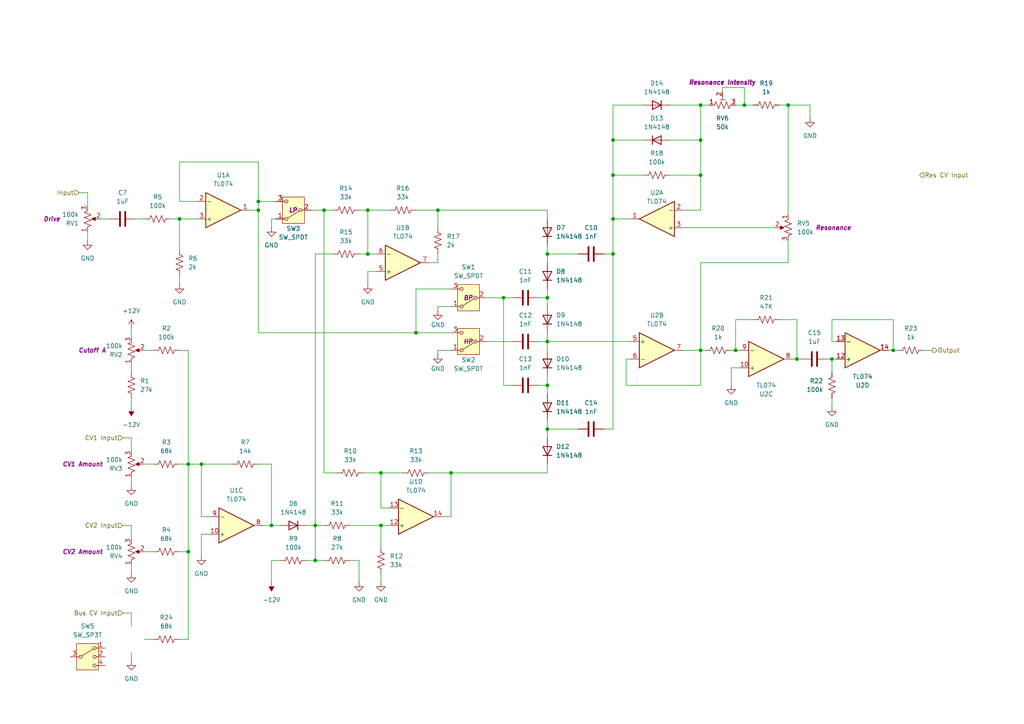
<source format=kicad_sch>
(kicad_sch (version 20231120) (generator "eeschema") (generator_version "8.0")
  (paper "A4")
  (title_block (company "DMH Instruments") (comment 1 "PCB for 10cm Kosmo format synthesizer module"))
  (lib_symbols
    (symbol "Amplifier_Operational:TL074" (pin_names (offset 0.127))
      (property "Reference" "U" (at 0 5.08 0))
      (property "Value" "TL074" (at 0 -5.08 0))
      (symbol "TL074_1_1"
        (polyline (pts (xy -5.08 5.08) (xy 5.08 0) (xy -5.08 -5.08) (xy -5.08 5.08)) (stroke (width 0.254)) (fill (type background)))
        (pin output line (at 7.62 0 180) (length 2.54) (name "~") (number "1"))
        (pin input line (at -7.62 -2.54 0) (length 2.54) (name "-") (number "2"))
        (pin input line (at -7.62 2.54 0) (length 2.54) (name "+") (number "3"))
      )
      (symbol "TL074_2_1"
        (polyline (pts (xy -5.08 5.08) (xy 5.08 0) (xy -5.08 -5.08) (xy -5.08 5.08)) (stroke (width 0.254)) (fill (type background)))
        (pin input line (at -7.62 2.54 0) (length 2.54) (name "+") (number "5"))
        (pin input line (at -7.62 -2.54 0) (length 2.54) (name "-") (number "6"))
        (pin output line (at 7.62 0 180) (length 2.54) (name "~") (number "7"))
      )
      (symbol "TL074_3_1"
        (polyline (pts (xy -5.08 5.08) (xy 5.08 0) (xy -5.08 -5.08) (xy -5.08 5.08)) (stroke (width 0.254)) (fill (type background)))
        (pin input line (at -7.62 2.54 0) (length 2.54) (name "+") (number "10"))
        (pin output line (at 7.62 0 180) (length 2.54) (name "~") (number "8"))
        (pin input line (at -7.62 -2.54 0) (length 2.54) (name "-") (number "9"))
      )
      (symbol "TL074_4_1"
        (polyline (pts (xy -5.08 5.08) (xy 5.08 0) (xy -5.08 -5.08) (xy -5.08 5.08)) (stroke (width 0.254)) (fill (type background)))
        (pin input line (at -7.62 2.54 0) (length 2.54) (name "+") (number "12"))
        (pin input line (at -7.62 -2.54 0) (length 2.54) (name "-") (number "13"))
        (pin output line (at 7.62 0 180) (length 2.54) (name "~") (number "14"))
      )
      (symbol "TL074_5_1"
        (pin power_in line (at -2.54 -7.62 90) (length 3.81) (name "V-") (number "11"))
        (pin power_in line (at -2.54 7.62 270) (length 3.81) (name "V+") (number "4"))
      )
    )
    (symbol "Device:C" (pin_numbers hide) (pin_names (offset 0.254))
      (property "Reference" "C" (at 0.635 2.54 0))
      (property "Value" "C" (at 0.635 -2.54 0))
      (symbol "C_0_1"
        (polyline (pts (xy -2.032 -0.762) (xy 2.032 -0.762)) (stroke (width 0.508)))
        (polyline (pts (xy -2.032 0.762) (xy 2.032 0.762)) (stroke (width 0.508)))
      )
      (symbol "C_1_1"
        (pin passive line (at 0 3.81 270) (length 2.794) (name "~") (number "1"))
        (pin passive line (at 0 -3.81 90) (length 2.794) (name "~") (number "2"))
      )
    )
    (symbol "Device:R_Potentiometer_Trim_US" (pin_names (offset 1.016) hide)
      (property "Reference" "RV" (at -4.445 0 90))
      (property "Value" "R_Potentiometer_Trim_US" (at -2.54 0 90))
      (symbol "R_Potentiometer_Trim_US_0_1"
        (polyline (pts (xy 0 -2.286) (xy 0 -2.54)))
        (polyline (pts (xy 0 2.286) (xy 0 2.54)))
        (polyline (pts (xy 1.524 0.762) (xy 1.524 -0.762)))
        (polyline (pts (xy 2.54 0) (xy 1.524 0)))
        (polyline (pts (xy 0 -0.762) (xy 1.016 -1.143) (xy 0 -1.524) (xy -1.016 -1.905) (xy 0 -2.286)))
        (polyline (pts (xy 0 0.762) (xy 1.016 0.381) (xy 0 0) (xy -1.016 -0.381) (xy 0 -0.762)))
        (polyline (pts (xy 0 2.286) (xy 1.016 1.905) (xy 0 1.524) (xy -1.016 1.143) (xy 0 0.762)))
      )
      (symbol "R_Potentiometer_Trim_US_1_1"
        (pin passive line (at 0 3.81 270) (length 1.27) (name "1") (number "1"))
        (pin passive line (at 3.81 0 180) (length 1.27) (name "2") (number "2"))
        (pin passive line (at 0 -3.81 90) (length 1.27) (name "3") (number "3"))
      )
    )
    (symbol "Device:R_Potentiometer_US" (pin_names (offset 1.016) hide)
      (property "Reference" "RV" (at -4.445 0 90))
      (property "Value" "R_Potentiometer_US" (at -2.54 0 90))
      (symbol "R_Potentiometer_US_0_1"
        (polyline (pts (xy 0 -2.286) (xy 0 -2.54)))
        (polyline (pts (xy 0 2.54) (xy 0 2.286)))
        (polyline (pts (xy 2.54 0) (xy 1.524 0)))
        (polyline (pts (xy 1.143 0) (xy 2.286 0.508) (xy 2.286 -0.508) (xy 1.143 0)) (fill (type outline)))
        (polyline (pts (xy 0 -0.762) (xy 1.016 -1.143) (xy 0 -1.524) (xy -1.016 -1.905) (xy 0 -2.286)))
        (polyline (pts (xy 0 0.762) (xy 1.016 0.381) (xy 0 0) (xy -1.016 -0.381) (xy 0 -0.762)))
        (polyline (pts (xy 0 2.286) (xy 1.016 1.905) (xy 0 1.524) (xy -1.016 1.143) (xy 0 0.762)))
      )
      (symbol "R_Potentiometer_US_1_1"
        (pin passive line (at 0 3.81 270) (length 1.27) (name "1") (number "1"))
        (pin passive line (at 3.81 0 180) (length 1.27) (name "2") (number "2"))
        (pin passive line (at 0 -3.81 90) (length 1.27) (name "3") (number "3"))
      )
    )
    (symbol "Device:R_US" (pin_numbers hide) (pin_names (offset 0))
      (property "Reference" "R" (at 2.54 0 90))
      (property "Value" "R_US" (at -2.54 0 90))
      (symbol "R_US_0_1"
        (polyline (pts (xy 0 -2.286) (xy 0 -2.54)))
        (polyline (pts (xy 0 2.286) (xy 0 2.54)))
        (polyline (pts (xy 0 -0.762) (xy 1.016 -1.143) (xy 0 -1.524) (xy -1.016 -1.905) (xy 0 -2.286)))
        (polyline (pts (xy 0 0.762) (xy 1.016 0.381) (xy 0 0) (xy -1.016 -0.381) (xy 0 -0.762)))
        (polyline (pts (xy 0 2.286) (xy 1.016 1.905) (xy 0 1.524) (xy -1.016 1.143) (xy 0 0.762)))
      )
      (symbol "R_US_1_1"
        (pin passive line (at 0 3.81 270) (length 1.27) (name "~") (number "1"))
        (pin passive line (at 0 -3.81 90) (length 1.27) (name "~") (number "2"))
      )
    )
    (symbol "Diode:1N4148" (pin_numbers hide) (pin_names hide)
      (property "Reference" "D" (at 0 2.54 0))
      (property "Value" "1N4148" (at 0 -2.54 0))
      (symbol "1N4148_0_1"
        (polyline (pts (xy -1.27 1.27) (xy -1.27 -1.27)) (stroke (width 0.254)))
        (polyline (pts (xy 1.27 0) (xy -1.27 0)))
        (polyline (pts (xy 1.27 1.27) (xy 1.27 -1.27) (xy -1.27 0) (xy 1.27 1.27)) (stroke (width 0.254)))
      )
      (symbol "1N4148_1_1"
        (pin passive line (at -3.81 0 0) (length 2.54) (name "K") (number "1"))
        (pin passive line (at 3.81 0 180) (length 2.54) (name "A") (number "2"))
      )
    )
    (symbol "Switch:SW_SP3T" (pin_names (offset 0) hide)
      (property "Reference" "SW" (at 0 5.08 0))
      (property "Value" "SW_SP3T" (at 0 -5.08 0))
      (symbol "SW_SP3T_0_1"
        (circle (center -2.032 0) (radius 0.4572))
        (polyline (pts (xy -1.651 0.254) (xy 1.651 2.286)))
        (circle (center 2.032 -2.54) (radius 0.4572))
        (circle (center 2.032 0) (radius 0.4572))
        (circle (center 2.032 2.54) (radius 0.4572))
      )
      (symbol "SW_SP3T_1_1"
        (rectangle (start -3.175 3.81) (end 3.175 -3.81) (fill (type background)))
        (pin passive line (at 5.08 2.54 180) (length 2.54) (name "1") (number "1"))
        (pin passive line (at 5.08 0 180) (length 2.54) (name "2") (number "2"))
        (pin passive line (at -5.08 0 0) (length 2.54) (name "3") (number "3"))
        (pin passive line (at 5.08 -2.54 180) (length 2.54) (name "4") (number "4"))
      )
    )
    (symbol "Switch:SW_SPDT" (pin_names (offset 0) hide)
      (property "Reference" "SW" (at 0 5.08 0))
      (property "Value" "SW_SPDT" (at 0 -5.08 0))
      (symbol "SW_SPDT_0_1"
        (circle (center -2.032 0) (radius 0.4572))
        (polyline (pts (xy -1.651 0.254) (xy 1.651 2.286)))
        (circle (center 2.032 -2.54) (radius 0.4572))
        (circle (center 2.032 2.54) (radius 0.4572))
      )
      (symbol "SW_SPDT_1_1"
        (rectangle (start -3.175 3.81) (end 3.175 -3.81) (fill (type background)))
        (pin passive line (at 5.08 2.54 180) (length 2.54) (name "A") (number "1"))
        (pin passive line (at -5.08 0 0) (length 2.54) (name "B") (number "2"))
        (pin passive line (at 5.08 -2.54 180) (length 2.54) (name "C") (number "3"))
      )
    )
    (symbol "power:+12V" (power) (pin_numbers hide) (pin_names (offset 0) hide)
      (property "Value" "+12V" (at 0 3.556 0))
      (symbol "+12V_0_1"
        (polyline (pts (xy -0.762 1.27) (xy 0 2.54)))
        (polyline (pts (xy 0 0) (xy 0 2.54)))
        (polyline (pts (xy 0 2.54) (xy 0.762 1.27)))
      )
      (symbol "+12V_1_1"
        (pin power_in line (at 0 0 90) (length 0) (name "~") (number "1"))
      )
    )
    (symbol "power:-12V" (power) (pin_numbers hide) (pin_names (offset 0) hide)
      (property "Value" "-12V" (at 0 3.556 0))
      (symbol "-12V_0_0"
        (pin power_in line (at 0 0 90) (length 0) (name "~") (number "1"))
      )
      (symbol "-12V_0_1"
        (polyline (pts (xy 0 0) (xy 0 1.27) (xy 0.762 1.27) (xy 0 2.54) (xy -0.762 1.27) (xy 0 1.27)) (fill (type outline)))
      )
    )
    (symbol "power:GND" (power) (pin_numbers hide) (pin_names (offset 0) hide)
      (property "Value" "GND" (at 0 -3.81 0))
      (symbol "GND_0_1"
        (polyline (pts (xy 0 0) (xy 0 -1.27) (xy 1.27 -1.27) (xy 0 -2.54) (xy -1.27 -1.27) (xy 0 -1.27)))
      )
      (symbol "GND_1_1"
        (pin power_in line (at 0 0 270) (length 0) (name "~") (number "1"))
      )
    )
  )
  (junction (at 110.49 137.16))
  (junction (at 74.93 58.42))
  (junction (at 213.36 101.6))
  (junction (at 241.3 104.14))
  (junction (at 177.8 63.5))
  (junction (at 110.49 152.4))
  (junction (at 231.14 104.14))
  (junction (at 259.08 101.6))
  (junction (at 177.8 50.8))
  (junction (at 228.6 30.48))
  (junction (at 177.8 40.64))
  (junction (at 106.68 73.66))
  (junction (at 58.42 134.62))
  (junction (at 52.07 63.5))
  (junction (at 203.2 30.48))
  (junction (at 74.93 60.96))
  (junction (at 130.81 137.16))
  (junction (at 54.61 160.02))
  (junction (at 93.98 60.96))
  (junction (at 158.75 124.46))
  (junction (at 203.2 40.64))
  (junction (at 54.61 134.62))
  (junction (at 158.75 99.06))
  (junction (at 158.75 73.66))
  (junction (at 158.75 111.76))
  (junction (at 78.74 152.4))
  (junction (at 91.44 152.4))
  (junction (at 203.2 101.6))
  (junction (at 177.8 73.66))
  (junction (at 146.05 86.36))
  (junction (at 120.65 96.52))
  (junction (at 203.2 50.8))
  (junction (at 106.68 60.96))
  (junction (at 91.44 162.56))
  (junction (at 215.9 30.48))
  (junction (at 158.75 86.36))
  (junction (at 127 60.96))
  (wire (pts (xy 203.2 30.48) (xy 205.74 30.48)))
  (wire (pts (xy 120.65 83.82) (xy 130.81 83.82)))
  (wire (pts (xy 78.74 162.56) (xy 78.74 168.91)))
  (wire (pts (xy 106.68 60.96) (xy 106.68 73.66)))
  (wire (pts (xy 241.3 115.57) (xy 241.3 118.11)))
  (wire (pts (xy 29.21 63.5) (xy 31.75 63.5)))
  (wire (pts (xy 54.61 134.62) (xy 58.42 134.62)))
  (wire (pts (xy 156.21 111.76) (xy 158.75 111.76)))
  (wire (pts (xy 35.56 152.4) (xy 38.1 152.4)))
  (wire (pts (xy 25.4 55.88) (xy 25.4 59.69)))
  (wire (pts (xy 38.1 138.43) (xy 38.1 140.97)))
  (wire (pts (xy 106.68 73.66) (xy 109.22 73.66)))
  (wire (pts (xy 52.07 185.42) (xy 54.61 185.42)))
  (wire (pts (xy 130.81 96.52) (xy 120.65 96.52)))
  (wire (pts (xy 91.44 152.4) (xy 91.44 162.56)))
  (wire (pts (xy 52.07 63.5) (xy 57.15 63.5)))
  (wire (pts (xy 186.69 50.8) (xy 177.8 50.8)))
  (wire (pts (xy 259.08 101.6) (xy 257.81 101.6)))
  (wire (pts (xy 213.36 92.71) (xy 213.36 101.6)))
  (wire (pts (xy 130.81 149.86) (xy 128.27 149.86)))
  (wire (pts (xy 158.75 96.52) (xy 158.75 99.06)))
  (wire (pts (xy 175.26 124.46) (xy 177.8 124.46)))
  (wire (pts (xy 158.75 83.82) (xy 158.75 86.36)))
  (wire (pts (xy 231.14 104.14) (xy 232.41 104.14)))
  (wire (pts (xy 67.31 134.62) (xy 58.42 134.62)))
  (wire (pts (xy 209.55 25.4) (xy 215.9 25.4)))
  (wire (pts (xy 130.81 137.16) (xy 130.81 149.86)))
  (wire (pts (xy 215.9 30.48) (xy 218.44 30.48)))
  (wire (pts (xy 158.75 111.76) (xy 158.75 114.3)))
  (wire (pts (xy 109.22 78.74) (xy 106.68 78.74)))
  (wire (pts (xy 104.14 162.56) (xy 104.14 168.91)))
  (wire (pts (xy 203.2 30.48) (xy 203.2 40.64)))
  (wire (pts (xy 228.6 30.48) (xy 234.95 30.48)))
  (wire (pts (xy 203.2 40.64) (xy 203.2 50.8)))
  (wire (pts (xy 80.01 63.5) (xy 78.74 63.5)))
  (wire (pts (xy 120.65 96.52) (xy 120.65 83.82)))
  (wire (pts (xy 177.8 50.8) (xy 177.8 63.5)))
  (wire (pts (xy 241.3 104.14) (xy 242.57 104.14)))
  (wire (pts (xy 52.07 58.42) (xy 57.15 58.42)))
  (wire (pts (xy 212.09 101.6) (xy 213.36 101.6)))
  (wire (pts (xy 58.42 154.94) (xy 58.42 161.29)))
  (wire (pts (xy 25.4 67.31) (xy 25.4 69.85)))
  (wire (pts (xy 74.93 134.62) (xy 78.74 134.62)))
  (wire (pts (xy 240.03 104.14) (xy 241.3 104.14)))
  (wire (pts (xy 259.08 101.6) (xy 260.35 101.6)))
  (wire (pts (xy 72.39 60.96) (xy 74.93 60.96)))
  (wire (pts (xy 110.49 152.4) (xy 113.03 152.4)))
  (wire (pts (xy 58.42 134.62) (xy 58.42 149.86)))
  (wire (pts (xy 140.97 99.06) (xy 148.59 99.06)))
  (wire (pts (xy 120.65 60.96) (xy 127 60.96)))
  (wire (pts (xy 181.61 111.76) (xy 203.2 111.76)))
  (wire (pts (xy 167.64 73.66) (xy 158.75 73.66)))
  (wire (pts (xy 231.14 92.71) (xy 231.14 104.14)))
  (wire (pts (xy 158.75 99.06) (xy 182.88 99.06)))
  (wire (pts (xy 182.88 63.5) (xy 177.8 63.5)))
  (wire (pts (xy 198.12 101.6) (xy 203.2 101.6)))
  (wire (pts (xy 38.1 115.57) (xy 38.1 118.11)))
  (wire (pts (xy 146.05 86.36) (xy 146.05 111.76)))
  (wire (pts (xy 78.74 152.4) (xy 76.2 152.4)))
  (wire (pts (xy 228.6 69.85) (xy 228.6 76.2)))
  (wire (pts (xy 78.74 152.4) (xy 81.28 152.4)))
  (wire (pts (xy 156.21 86.36) (xy 158.75 86.36)))
  (wire (pts (xy 35.56 127) (xy 38.1 127)))
  (wire (pts (xy 41.91 160.02) (xy 44.45 160.02)))
  (wire (pts (xy 52.07 46.99) (xy 52.07 58.42)))
  (wire (pts (xy 229.87 104.14) (xy 231.14 104.14)))
  (wire (pts (xy 74.93 46.99) (xy 52.07 46.99)))
  (wire (pts (xy 241.3 104.14) (xy 241.3 107.95)))
  (wire (pts (xy 93.98 60.96) (xy 96.52 60.96)))
  (wire (pts (xy 54.61 160.02) (xy 54.61 185.42)))
  (wire (pts (xy 203.2 101.6) (xy 204.47 101.6)))
  (wire (pts (xy 78.74 134.62) (xy 78.74 152.4)))
  (wire (pts (xy 215.9 25.4) (xy 215.9 30.48)))
  (wire (pts (xy 213.36 101.6) (xy 214.63 101.6)))
  (wire (pts (xy 52.07 134.62) (xy 54.61 134.62)))
  (wire (pts (xy 181.61 104.14) (xy 181.61 111.76)))
  (wire (pts (xy 186.69 30.48) (xy 177.8 30.48)))
  (wire (pts (xy 127 88.9) (xy 130.81 88.9)))
  (wire (pts (xy 105.41 137.16) (xy 110.49 137.16)))
  (wire (pts (xy 203.2 111.76) (xy 203.2 101.6)))
  (wire (pts (xy 74.93 58.42) (xy 74.93 46.99)))
  (wire (pts (xy 110.49 152.4) (xy 110.49 158.75)))
  (wire (pts (xy 218.44 92.71) (xy 213.36 92.71)))
  (wire (pts (xy 101.6 152.4) (xy 110.49 152.4)))
  (wire (pts (xy 234.95 30.48) (xy 234.95 34.29)))
  (wire (pts (xy 81.28 162.56) (xy 78.74 162.56)))
  (wire (pts (xy 127 90.17) (xy 127 88.9)))
  (wire (pts (xy 127 60.96) (xy 127 66.04)))
  (wire (pts (xy 158.75 137.16) (xy 130.81 137.16)))
  (wire (pts (xy 54.61 134.62) (xy 54.61 160.02)))
  (wire (pts (xy 146.05 111.76) (xy 148.59 111.76)))
  (wire (pts (xy 203.2 60.96) (xy 198.12 60.96)))
  (wire (pts (xy 214.63 106.68) (xy 212.09 106.68)))
  (wire (pts (xy 158.75 60.96) (xy 127 60.96)))
  (wire (pts (xy 91.44 152.4) (xy 93.98 152.4)))
  (wire (pts (xy 226.06 92.71) (xy 231.14 92.71)))
  (wire (pts (xy 127 101.6) (xy 127 102.87)))
  (wire (pts (xy 158.75 86.36) (xy 158.75 88.9)))
  (wire (pts (xy 267.97 101.6) (xy 270.51 101.6)))
  (wire (pts (xy 177.8 73.66) (xy 177.8 124.46)))
  (wire (pts (xy 35.56 177.8) (xy 38.1 177.8)))
  (wire (pts (xy 213.36 30.48) (xy 215.9 30.48)))
  (wire (pts (xy 54.61 101.6) (xy 54.61 134.62)))
  (wire (pts (xy 106.68 60.96) (xy 113.03 60.96)))
  (wire (pts (xy 52.07 101.6) (xy 54.61 101.6)))
  (wire (pts (xy 124.46 76.2) (xy 127 76.2)))
  (wire (pts (xy 104.14 60.96) (xy 106.68 60.96)))
  (wire (pts (xy 88.9 162.56) (xy 91.44 162.56)))
  (wire (pts (xy 198.12 66.04) (xy 224.79 66.04)))
  (wire (pts (xy 140.97 86.36) (xy 146.05 86.36)))
  (wire (pts (xy 158.75 99.06) (xy 158.75 101.6)))
  (wire (pts (xy 38.1 105.41) (xy 38.1 107.95)))
  (wire (pts (xy 110.49 137.16) (xy 116.84 137.16)))
  (wire (pts (xy 181.61 104.14) (xy 182.88 104.14)))
  (wire (pts (xy 91.44 162.56) (xy 93.98 162.56)))
  (wire (pts (xy 228.6 76.2) (xy 203.2 76.2)))
  (wire (pts (xy 156.21 99.06) (xy 158.75 99.06)))
  (wire (pts (xy 49.53 63.5) (xy 52.07 63.5)))
  (wire (pts (xy 242.57 99.06) (xy 241.3 99.06)))
  (wire (pts (xy 127 76.2) (xy 127 73.66)))
  (wire (pts (xy 110.49 137.16) (xy 110.49 147.32)))
  (wire (pts (xy 228.6 30.48) (xy 228.6 62.23)))
  (wire (pts (xy 177.8 63.5) (xy 177.8 73.66)))
  (wire (pts (xy 22.86 55.88) (xy 25.4 55.88)))
  (wire (pts (xy 194.31 30.48) (xy 203.2 30.48)))
  (wire (pts (xy 158.75 109.22) (xy 158.75 111.76)))
  (wire (pts (xy 91.44 73.66) (xy 91.44 152.4)))
  (wire (pts (xy 90.17 60.96) (xy 93.98 60.96)))
  (wire (pts (xy 96.52 73.66) (xy 91.44 73.66)))
  (wire (pts (xy 124.46 137.16) (xy 130.81 137.16)))
  (wire (pts (xy 41.91 101.6) (xy 44.45 101.6)))
  (wire (pts (xy 241.3 92.71) (xy 259.08 92.71)))
  (wire (pts (xy 194.31 50.8) (xy 203.2 50.8)))
  (wire (pts (xy 175.26 73.66) (xy 177.8 73.66)))
  (wire (pts (xy 186.69 40.64) (xy 177.8 40.64)))
  (wire (pts (xy 78.74 63.5) (xy 78.74 66.04)))
  (wire (pts (xy 38.1 152.4) (xy 38.1 156.21)))
  (wire (pts (xy 74.93 96.52) (xy 120.65 96.52)))
  (wire (pts (xy 101.6 162.56) (xy 104.14 162.56)))
  (wire (pts (xy 52.07 80.01) (xy 52.07 82.55)))
  (wire (pts (xy 39.37 63.5) (xy 41.91 63.5)))
  (wire (pts (xy 158.75 63.5) (xy 158.75 60.96)))
  (wire (pts (xy 148.59 86.36) (xy 146.05 86.36)))
  (wire (pts (xy 177.8 30.48) (xy 177.8 40.64)))
  (wire (pts (xy 93.98 137.16) (xy 97.79 137.16)))
  (wire (pts (xy 38.1 163.83) (xy 38.1 166.37)))
  (wire (pts (xy 177.8 40.64) (xy 177.8 50.8)))
  (wire (pts (xy 158.75 73.66) (xy 158.75 76.2)))
  (wire (pts (xy 74.93 60.96) (xy 74.93 58.42)))
  (wire (pts (xy 58.42 149.86) (xy 60.96 149.86)))
  (wire (pts (xy 106.68 78.74) (xy 106.68 82.55)))
  (wire (pts (xy 110.49 166.37) (xy 110.49 168.91)))
  (wire (pts (xy 52.07 63.5) (xy 52.07 72.39)))
  (wire (pts (xy 60.96 154.94) (xy 58.42 154.94)))
  (wire (pts (xy 241.3 99.06) (xy 241.3 92.71)))
  (wire (pts (xy 158.75 121.92) (xy 158.75 124.46)))
  (wire (pts (xy 158.75 71.12) (xy 158.75 73.66)))
  (wire (pts (xy 52.07 160.02) (xy 54.61 160.02)))
  (wire (pts (xy 259.08 92.71) (xy 259.08 101.6)))
  (wire (pts (xy 130.81 101.6) (xy 127 101.6)))
  (wire (pts (xy 41.91 185.42) (xy 44.45 185.42)))
  (wire (pts (xy 104.14 73.66) (xy 106.68 73.66)))
  (wire (pts (xy 38.1 189.23) (xy 38.1 191.77)))
  (wire (pts (xy 41.91 134.62) (xy 44.45 134.62)))
  (wire (pts (xy 158.75 134.62) (xy 158.75 137.16)))
  (wire (pts (xy 110.49 147.32) (xy 113.03 147.32)))
  (wire (pts (xy 158.75 124.46) (xy 158.75 127)))
  (wire (pts (xy 203.2 50.8) (xy 203.2 60.96)))
  (wire (pts (xy 38.1 127) (xy 38.1 130.81)))
  (wire (pts (xy 74.93 60.96) (xy 74.93 96.52)))
  (wire (pts (xy 38.1 95.25) (xy 38.1 97.79)))
  (wire (pts (xy 88.9 152.4) (xy 91.44 152.4)))
  (wire (pts (xy 194.31 40.64) (xy 203.2 40.64)))
  (wire (pts (xy 93.98 60.96) (xy 93.98 137.16)))
  (wire (pts (xy 209.55 26.67) (xy 209.55 25.4)))
  (wire (pts (xy 158.75 124.46) (xy 167.64 124.46)))
  (wire (pts (xy 74.93 58.42) (xy 80.01 58.42)))
  (wire (pts (xy 212.09 106.68) (xy 212.09 111.76)))
  (wire (pts (xy 226.06 30.48) (xy 228.6 30.48)))
  (wire (pts (xy 203.2 76.2) (xy 203.2 101.6)))
  (wire (pts (xy 38.1 177.8) (xy 38.1 181.61)))
  (hierarchical_label "Res CV Input" (shape input) (at 266.7 50.8 0))
  (hierarchical_label "Output" (shape output) (at 270.51 101.6 0))
  (hierarchical_label "CV2 Input" (shape input) (at 35.56 152.4 180))
  (hierarchical_label "Bus CV Input" (shape input) (at 35.56 177.8 180))
  (hierarchical_label "CV1 Input" (shape input) (at 35.56 127 180))
  (hierarchical_label "Input" (shape input) (at 22.86 55.88 180))
  (symbol (lib_id "Device:R_US") (at 85.09 162.56 90) (unit 1)
    (property "Reference" "R9" (at 85.09 156.21 90))
    (property "Value" "100k" (at 85.09 158.75 90))
    (property "Footprint" "Resistor_THT:R_Axial_DIN0207_L6.3mm_D2.5mm_P7.62mm_Horizontal" (effects (hide yes)))
    (property "Description" "Resistor, US symbol" (effects (hide yes)))
  )
  (symbol (lib_id "power:-12V") (at 78.74 168.91 180) (unit 1)
    (property "Reference" "#PWR027" (effects (hide yes)))
    (property "Value" "-12V" (at 78.74 173.99 0))
    (property "Description" "Power symbol creates a global label with name \"-12V\"" (effects (hide yes)))
  )
  (symbol (lib_id "Device:C") (at 152.4 99.06 90) (unit 1)
    (property "Reference" "C12" (at 152.4 91.44 90))
    (property "Value" "1nF" (at 152.4 93.98 90))
    (property "Footprint" "Capacitor_THT:C_Disc_D4.3mm_W1.9mm_P5.00mm" (effects (hide yes)))
    (property "Description" "Unpolarized capacitor" (effects (hide yes)))
  )
  (symbol (lib_id "Device:R_US") (at 48.26 101.6 90) (unit 1)
    (property "Reference" "R2" (at 48.26 95.25 90))
    (property "Value" "100k" (at 48.26 97.79 90))
    (property "Footprint" "Resistor_THT:R_Axial_DIN0207_L6.3mm_D2.5mm_P7.62mm_Horizontal" (effects (hide yes)))
    (property "Description" "Resistor, US symbol" (effects (hide yes)))
  )
  (symbol (lib_id "Device:R_US") (at 48.26 185.42 90) (unit 1)
    (property "Reference" "R24" (at 48.26 179.07 90))
    (property "Value" "68k" (at 48.26 181.61 90))
    (property "Footprint" "Resistor_THT:R_Axial_DIN0207_L6.3mm_D2.5mm_P7.62mm_Horizontal" (effects (hide yes)))
    (property "Description" "Resistor, US symbol" (effects (hide yes)))
  )
  (symbol (lib_id "Device:R_US") (at 52.07 76.2 180) (unit 1)
    (property "Reference" "R6" (at 54.61 74.9299 0) (effects (justify right)))
    (property "Value" "2k" (at 54.61 77.4699 0) (effects (justify right)))
    (property "Footprint" "Resistor_THT:R_Axial_DIN0207_L6.3mm_D2.5mm_P7.62mm_Horizontal" (effects (hide yes)))
    (property "Description" "Resistor, US symbol" (effects (hide yes)))
  )
  (symbol (lib_id "Device:R_US") (at 127 69.85 180) (unit 1)
    (property "Reference" "R17" (at 129.54 68.5799 0) (effects (justify right)))
    (property "Value" "2k" (at 129.54 71.1199 0) (effects (justify right)))
    (property "Footprint" "Resistor_THT:R_Axial_DIN0207_L6.3mm_D2.5mm_P7.62mm_Horizontal" (effects (hide yes)))
    (property "Description" "Resistor, US symbol" (effects (hide yes)))
  )
  (symbol (lib_id "Device:R_US") (at 100.33 73.66 90) (unit 1)
    (property "Reference" "R15" (at 100.33 67.31 90))
    (property "Value" "33k" (at 100.33 69.85 90))
    (property "Footprint" "Resistor_THT:R_Axial_DIN0207_L6.3mm_D2.5mm_P7.62mm_Horizontal" (effects (hide yes)))
    (property "Description" "Resistor, US symbol" (effects (hide yes)))
  )
  (symbol (lib_id "power:GND") (at 241.3 118.11 0) (unit 1)
    (property "Reference" "#PWR033" (effects (hide yes)))
    (property "Value" "GND" (at 241.3 123.19 0))
    (property "Description" "Power symbol creates a global label with name \"GND\" , ground" (effects (hide yes)))
  )
  (symbol (lib_id "power:GND") (at 38.1 166.37 0) (unit 1)
    (property "Reference" "#PWR021" (effects (hide yes)))
    (property "Value" "GND" (at 38.1 171.45 0))
    (property "Description" "Power symbol creates a global label with name \"GND\" , ground" (effects (hide yes)))
  )
  (symbol (lib_id "Device:C") (at 152.4 111.76 90) (unit 1)
    (property "Reference" "C13" (at 152.4 104.14 90))
    (property "Value" "1nF" (at 152.4 106.68 90))
    (property "Footprint" "Capacitor_THT:C_Disc_D4.3mm_W1.9mm_P5.00mm" (effects (hide yes)))
    (property "Description" "Unpolarized capacitor" (effects (hide yes)))
  )
  (symbol (lib_id "Device:R_US") (at 71.12 134.62 90) (unit 1)
    (property "Reference" "R7" (at 71.12 128.27 90))
    (property "Value" "14k" (at 71.12 130.81 90))
    (property "Footprint" "Resistor_THT:R_Axial_DIN0207_L6.3mm_D2.5mm_P7.62mm_Horizontal" (effects (hide yes)))
    (property "Description" "Resistor, US symbol" (effects (hide yes)))
  )
  (symbol (lib_id "Device:C") (at 35.56 63.5 90) (unit 1)
    (property "Reference" "C7" (at 35.56 55.88 90))
    (property "Value" "1uF" (at 35.56 58.42 90))
    (property "Footprint" "Capacitor_THT:C_Disc_D4.3mm_W1.9mm_P5.00mm" (effects (hide yes)))
    (property "Description" "Unpolarized capacitor" (effects (hide yes)))
  )
  (symbol (lib_id "power:+12V") (at 38.1 95.25 0) (unit 1)
    (property "Reference" "#PWR023" (effects (hide yes)))
    (property "Value" "+12V" (at 38.1 90.17 0))
    (property "Description" "Power symbol creates a global label with name \"+12V\"" (effects (hide yes)))
  )
  (symbol (lib_id "Device:C") (at 152.4 86.36 90) (unit 1)
    (property "Reference" "C11" (at 152.4 78.74 90))
    (property "Value" "1nF" (at 152.4 81.28 90))
    (property "Footprint" "Capacitor_THT:C_Disc_D4.3mm_W1.9mm_P5.00mm" (effects (hide yes)))
    (property "Description" "Unpolarized capacitor" (effects (hide yes)))
  )
  (symbol (lib_id "Switch:SW_SPDT") (at 135.89 86.36 180) (unit 1)
    (property "Reference" "SW1" (at 135.89 77.47 0))
    (property "Value" "SW_SPDT" (at 135.89 80.01 0))
    (property "Footprint" "SynthStuff:Toggle_Switch_THT" (effects (hide yes)))
    (property "Description" "Switch, single pole double throw" (effects (hide yes)))
    (property "Function" "BP" (at 135.89 86.36 0) (effects (font (thickness 0.254) (bold yes) (italic yes))))
  )
  (symbol (lib_id "Device:R_US") (at 38.1 111.76 0) (unit 1)
    (property "Reference" "R1" (at 40.64 110.4899 0) (effects (justify left)))
    (property "Value" "27k" (at 40.64 113.0299 0) (effects (justify left)))
    (property "Footprint" "Resistor_THT:R_Axial_DIN0207_L6.3mm_D2.5mm_P7.62mm_Horizontal" (effects (hide yes)))
    (property "Description" "Resistor, US symbol" (effects (hide yes)))
  )
  (symbol (lib_id "Device:R_Potentiometer_US") (at 38.1 101.6 0) (mirror x) (unit 1)
    (property "Reference" "RV2" (at 35.56 102.8701 0) (effects (justify right)))
    (property "Value" "100k" (at 35.56 100.3301 0) (effects (justify right)))
    (property "Footprint" "SynthStuff:Potentiometer_Alpha_RD901F-40-00D_Single_Vertical" (effects (hide yes)))
    (property "Description" "Potentiometer, US symbol" (effects (hide yes)))
    (property "Function" "Cutoff A" (at 26.67 101.6 0) (effects (font (thickness 0.254) (bold yes) (italic yes))))
  )
  (symbol (lib_id "Switch:SW_SP3T") (at 25.4 190.5 0) (unit 1)
    (property "Reference" "SW5" (at 25.4 181.61 0))
    (property "Value" "SW_SP3T" (at 25.4 184.15 0))
    (property "Description" "Switch, three position, single pole triple throw, 3 position switch, SP3T" (effects (hide yes)))
  )
  (symbol (lib_id "Amplifier_Operational:TL074") (at 68.58 152.4 0) (mirror x) (unit 3)
    (property "Reference" "U1" (at 68.58 142.24 0))
    (property "Value" "TL074" (at 68.58 144.78 0))
    (property "Footprint" "Package_DIP:DIP-14_W7.62mm_Socket" (effects (hide yes)))
    (property "Datasheet" "http://www.ti.com/lit/ds/symlink/tl071.pdf" (effects (hide yes)))
    (property "Description" "Quad Low-Noise JFET-Input Operational Amplifiers, DIP-14/SOIC-14" (effects (hide yes)))
  )
  (symbol (lib_id "power:GND") (at 58.42 161.29 0) (unit 1)
    (property "Reference" "#PWR025" (effects (hide yes)))
    (property "Value" "GND" (at 58.42 166.37 0))
    (property "Description" "Power symbol creates a global label with name \"GND\" , ground" (effects (hide yes)))
  )
  (symbol (lib_id "Device:C") (at 171.45 73.66 90) (unit 1)
    (property "Reference" "C10" (at 171.45 66.04 90))
    (property "Value" "1nF" (at 171.45 68.58 90))
    (property "Footprint" "Capacitor_THT:C_Disc_D4.3mm_W1.9mm_P5.00mm" (effects (hide yes)))
    (property "Description" "Unpolarized capacitor" (effects (hide yes)))
  )
  (symbol (lib_id "Amplifier_Operational:TL074") (at 190.5 63.5 180) (unit 1)
    (property "Reference" "U2" (at 190.5 55.88 0))
    (property "Value" "TL074" (at 190.5 58.42 0))
    (property "Footprint" "Package_DIP:DIP-14_W7.62mm_Socket" (effects (hide yes)))
    (property "Datasheet" "http://www.ti.com/lit/ds/symlink/tl071.pdf" (effects (hide yes)))
    (property "Description" "Quad Low-Noise JFET-Input Operational Amplifiers, DIP-14/SOIC-14" (effects (hide yes)))
  )
  (symbol (lib_id "Device:R_US") (at 48.26 160.02 90) (unit 1)
    (property "Reference" "R4" (at 48.26 153.67 90))
    (property "Value" "68k" (at 48.26 156.21 90))
    (property "Footprint" "Resistor_THT:R_Axial_DIN0207_L6.3mm_D2.5mm_P7.62mm_Horizontal" (effects (hide yes)))
    (property "Description" "Resistor, US symbol" (effects (hide yes)))
  )
  (symbol (lib_id "Diode:1N4148") (at 190.5 30.48 180) (unit 1)
    (property "Reference" "D14" (at 190.5 24.13 0))
    (property "Value" "1N4148" (at 190.5 26.67 0))
    (property "Footprint" "Diode_THT:D_DO-35_SOD27_P7.62mm_Horizontal" (effects (hide yes)))
    (property "Datasheet" "https://assets.nexperia.com/documents/data-sheet/1N4148_1N4448.pdf" (effects (hide yes)))
    (property "Description" "100V 0.15A standard switching diode, DO-35" (effects (hide yes)))
    (property "Sim.Device" "D" (effects (hide yes)))
    (property "Sim.Pins" "1=K 2=A" (effects (hide yes)))
  )
  (symbol (lib_id "Device:R_US") (at 101.6 137.16 90) (unit 1)
    (property "Reference" "R10" (at 101.6 130.81 90))
    (property "Value" "33k" (at 101.6 133.35 90))
    (property "Footprint" "Resistor_THT:R_Axial_DIN0207_L6.3mm_D2.5mm_P7.62mm_Horizontal" (effects (hide yes)))
    (property "Description" "Resistor, US symbol" (effects (hide yes)))
  )
  (symbol (lib_id "Device:R_US") (at 110.49 162.56 180) (unit 1)
    (property "Reference" "R12" (at 113.03 161.2899 0) (effects (justify right)))
    (property "Value" "33k" (at 113.03 163.8299 0) (effects (justify right)))
    (property "Footprint" "Resistor_THT:R_Axial_DIN0207_L6.3mm_D2.5mm_P7.62mm_Horizontal" (effects (hide yes)))
    (property "Description" "Resistor, US symbol" (effects (hide yes)))
  )
  (symbol (lib_id "Diode:1N4148") (at 158.75 67.31 90) (unit 1)
    (property "Reference" "D7" (at 161.29 66.0399 90) (effects (justify right)))
    (property "Value" "1N4148" (at 161.29 68.5799 90) (effects (justify right)))
    (property "Footprint" "Diode_THT:D_DO-35_SOD27_P7.62mm_Horizontal" (effects (hide yes)))
    (property "Datasheet" "https://assets.nexperia.com/documents/data-sheet/1N4148_1N4448.pdf" (effects (hide yes)))
    (property "Description" "100V 0.15A standard switching diode, DO-35" (effects (hide yes)))
    (property "Sim.Device" "D" (effects (hide yes)))
    (property "Sim.Pins" "1=K 2=A" (effects (hide yes)))
  )
  (symbol (lib_id "power:-12V") (at 38.1 118.11 180) (unit 1)
    (property "Reference" "#PWR022" (effects (hide yes)))
    (property "Value" "-12V" (at 38.1 123.19 0))
    (property "Description" "Power symbol creates a global label with name \"-12V\"" (effects (hide yes)))
  )
  (symbol (lib_id "Device:R_Potentiometer_Trim_US") (at 209.55 30.48 90) (unit 1)
    (property "Reference" "RV6" (at 209.55 34.29 90))
    (property "Value" "50k" (at 209.55 36.83 90))
    (property "Footprint" "Potentiometer_THT:Potentiometer_Bourns_3296W_Vertical" (effects (hide yes)))
    (property "Description" "Trim-potentiometer, US symbol" (effects (hide yes)))
    (property "Function" "Resonance Intensity" (at 209.55 23.876 90) (effects (font (thickness 0.254) (bold yes) (italic yes))))
  )
  (symbol (lib_id "Amplifier_Operational:TL074") (at 250.19 101.6 0) (mirror x) (unit 4)
    (property "Reference" "U2" (at 250.19 111.76 0))
    (property "Value" "TL074" (at 250.19 109.22 0))
    (property "Footprint" "Package_DIP:DIP-14_W7.62mm_Socket" (effects (hide yes)))
    (property "Datasheet" "http://www.ti.com/lit/ds/symlink/tl071.pdf" (effects (hide yes)))
    (property "Description" "Quad Low-Noise JFET-Input Operational Amplifiers, DIP-14/SOIC-14" (effects (hide yes)))
  )
  (symbol (lib_id "Device:R_US") (at 97.79 152.4 90) (unit 1)
    (property "Reference" "R11" (at 97.79 146.05 90))
    (property "Value" "33k" (at 97.79 148.59 90))
    (property "Footprint" "Resistor_THT:R_Axial_DIN0207_L6.3mm_D2.5mm_P7.62mm_Horizontal" (effects (hide yes)))
    (property "Description" "Resistor, US symbol" (effects (hide yes)))
  )
  (symbol (lib_id "power:GND") (at 38.1 191.77 0) (unit 1)
    (property "Reference" "#PWR034" (effects (hide yes)))
    (property "Value" "GND" (at 38.1 196.85 0))
    (property "Description" "Power symbol creates a global label with name \"GND\" , ground" (effects (hide yes)))
  )
  (symbol (lib_id "Device:R_Potentiometer_US") (at 25.4 63.5 0) (mirror x) (unit 1)
    (property "Reference" "RV1" (at 22.86 64.7701 0) (effects (justify right)))
    (property "Value" "100k" (at 22.86 62.2301 0) (effects (justify right)))
    (property "Footprint" "SynthStuff:Potentiometer_Alpha_RD901F-40-00D_Single_Vertical" (effects (hide yes)))
    (property "Description" "Potentiometer, US symbol" (effects (hide yes)))
    (property "Function" "Drive" (at 14.986 63.5 0) (effects (font (thickness 0.254) (bold yes) (italic yes))))
  )
  (symbol (lib_id "Switch:SW_SPDT") (at 135.89 99.06 180) (unit 1)
    (property "Reference" "SW2" (at 135.89 104.394 0))
    (property "Value" "SW_SPDT" (at 135.89 106.934 0))
    (property "Footprint" "SynthStuff:Toggle_Switch_THT" (effects (hide yes)))
    (property "Description" "Switch, single pole double throw" (effects (hide yes)))
    (property "Function" "HP" (at 135.89 99.06 0) (effects (font (thickness 0.254) (bold yes) (italic yes))))
  )
  (symbol (lib_id "Device:R_US") (at 97.79 162.56 90) (unit 1)
    (property "Reference" "R8" (at 97.79 156.21 90))
    (property "Value" "27k" (at 97.79 158.75 90))
    (property "Footprint" "Resistor_THT:R_Axial_DIN0207_L6.3mm_D2.5mm_P7.62mm_Horizontal" (effects (hide yes)))
    (property "Description" "Resistor, US symbol" (effects (hide yes)))
  )
  (symbol (lib_id "Diode:1N4148") (at 85.09 152.4 180) (unit 1)
    (property "Reference" "D6" (at 85.09 146.05 0))
    (property "Value" "1N4148" (at 85.09 148.59 0))
    (property "Footprint" "Diode_THT:D_DO-35_SOD27_P7.62mm_Horizontal" (effects (hide yes)))
    (property "Datasheet" "https://assets.nexperia.com/documents/data-sheet/1N4148_1N4448.pdf" (effects (hide yes)))
    (property "Description" "100V 0.15A standard switching diode, DO-35" (effects (hide yes)))
    (property "Sim.Device" "D" (effects (hide yes)))
    (property "Sim.Pins" "1=K 2=A" (effects (hide yes)))
  )
  (symbol (lib_id "power:GND") (at 127 90.17 0) (unit 1)
    (property "Reference" "#PWR035" (effects (hide yes)))
    (property "Value" "GND" (at 127 94.234 0))
    (property "Description" "Power symbol creates a global label with name \"GND\" , ground" (effects (hide yes)))
  )
  (symbol (lib_id "Amplifier_Operational:TL074") (at 222.25 104.14 0) (mirror x) (unit 3)
    (property "Reference" "U2" (at 222.25 114.3 0))
    (property "Value" "TL074" (at 222.25 111.76 0))
    (property "Footprint" "Package_DIP:DIP-14_W7.62mm_Socket" (effects (hide yes)))
    (property "Datasheet" "http://www.ti.com/lit/ds/symlink/tl071.pdf" (effects (hide yes)))
    (property "Description" "Quad Low-Noise JFET-Input Operational Amplifiers, DIP-14/SOIC-14" (effects (hide yes)))
  )
  (symbol (lib_id "Diode:1N4148") (at 158.75 118.11 90) (unit 1)
    (property "Reference" "D11" (at 161.29 116.8399 90) (effects (justify right)))
    (property "Value" "1N4148" (at 161.29 119.3799 90) (effects (justify right)))
    (property "Footprint" "Diode_THT:D_DO-35_SOD27_P7.62mm_Horizontal" (effects (hide yes)))
    (property "Datasheet" "https://assets.nexperia.com/documents/data-sheet/1N4148_1N4448.pdf" (effects (hide yes)))
    (property "Description" "100V 0.15A standard switching diode, DO-35" (effects (hide yes)))
    (property "Sim.Device" "D" (effects (hide yes)))
    (property "Sim.Pins" "1=K 2=A" (effects (hide yes)))
  )
  (symbol (lib_id "power:GND") (at 106.68 82.55 0) (unit 1)
    (property "Reference" "#PWR029" (effects (hide yes)))
    (property "Value" "GND" (at 106.68 87.63 0))
    (property "Description" "Power symbol creates a global label with name \"GND\" , ground" (effects (hide yes)))
  )
  (symbol (lib_id "Device:R_US") (at 222.25 30.48 90) (unit 1)
    (property "Reference" "R19" (at 222.25 24.13 90))
    (property "Value" "1k" (at 222.25 26.67 90))
    (property "Footprint" "Resistor_THT:R_Axial_DIN0207_L6.3mm_D2.5mm_P7.62mm_Horizontal" (effects (hide yes)))
    (property "Description" "Resistor, US symbol" (effects (hide yes)))
  )
  (symbol (lib_id "Diode:1N4148") (at 158.75 80.01 90) (unit 1)
    (property "Reference" "D8" (at 161.29 78.7399 90) (effects (justify right)))
    (property "Value" "1N4148" (at 161.29 81.2799 90) (effects (justify right)))
    (property "Footprint" "Diode_THT:D_DO-35_SOD27_P7.62mm_Horizontal" (effects (hide yes)))
    (property "Datasheet" "https://assets.nexperia.com/documents/data-sheet/1N4148_1N4448.pdf" (effects (hide yes)))
    (property "Description" "100V 0.15A standard switching diode, DO-35" (effects (hide yes)))
    (property "Sim.Device" "D" (effects (hide yes)))
    (property "Sim.Pins" "1=K 2=A" (effects (hide yes)))
  )
  (symbol (lib_id "Device:C") (at 171.45 124.46 90) (unit 1)
    (property "Reference" "C14" (at 171.45 116.84 90))
    (property "Value" "1nF" (at 171.45 119.38 90))
    (property "Footprint" "Capacitor_THT:C_Disc_D4.3mm_W1.9mm_P5.00mm" (effects (hide yes)))
    (property "Description" "Unpolarized capacitor" (effects (hide yes)))
  )
  (symbol (lib_id "power:GND") (at 25.4 69.85 0) (unit 1)
    (property "Reference" "#PWR019" (effects (hide yes)))
    (property "Value" "GND" (at 25.4 74.93 0))
    (property "Description" "Power symbol creates a global label with name \"GND\" , ground" (effects (hide yes)))
  )
  (symbol (lib_id "Device:R_Potentiometer_US") (at 38.1 160.02 0) (mirror x) (unit 1)
    (property "Reference" "RV4" (at 35.56 161.2901 0) (effects (justify right)))
    (property "Value" "100k" (at 35.56 158.7501 0) (effects (justify right)))
    (property "Footprint" "SynthStuff:Potentiometer_Alpha_RD901F-40-00D_Single_Vertical" (effects (hide yes)))
    (property "Description" "Potentiometer, US symbol" (effects (hide yes)))
    (property "Function" "CV2 Amount" (at 23.876 160.02 0) (effects (font (thickness 0.254) (bold yes) (italic yes))))
  )
  (symbol (lib_id "Device:R_US") (at 241.3 111.76 0) (mirror x) (unit 1)
    (property "Reference" "R22" (at 238.76 110.4899 0) (effects (justify right)))
    (property "Value" "100k" (at 238.76 113.0299 0) (effects (justify right)))
    (property "Footprint" "Resistor_THT:R_Axial_DIN0207_L6.3mm_D2.5mm_P7.62mm_Horizontal" (effects (hide yes)))
    (property "Description" "Resistor, US symbol" (effects (hide yes)))
  )
  (symbol (lib_id "power:GND") (at 127 102.87 0) (unit 1)
    (property "Reference" "#PWR030" (effects (hide yes)))
    (property "Value" "GND" (at 127 106.934 0))
    (property "Description" "Power symbol creates a global label with name \"GND\" , ground" (effects (hide yes)))
  )
  (symbol (lib_id "Diode:1N4148") (at 190.5 40.64 0) (unit 1)
    (property "Reference" "D13" (at 190.5 34.29 0))
    (property "Value" "1N4148" (at 190.5 36.83 0))
    (property "Footprint" "Diode_THT:D_DO-35_SOD27_P7.62mm_Horizontal" (effects (hide yes)))
    (property "Datasheet" "https://assets.nexperia.com/documents/data-sheet/1N4148_1N4448.pdf" (effects (hide yes)))
    (property "Description" "100V 0.15A standard switching diode, DO-35" (effects (hide yes)))
    (property "Sim.Device" "D" (effects (hide yes)))
    (property "Sim.Pins" "1=K 2=A" (effects (hide yes)))
  )
  (symbol (lib_id "Device:R_US") (at 120.65 137.16 90) (unit 1)
    (property "Reference" "R13" (at 120.65 130.81 90))
    (property "Value" "33k" (at 120.65 133.35 90))
    (property "Footprint" "Resistor_THT:R_Axial_DIN0207_L6.3mm_D2.5mm_P7.62mm_Horizontal" (effects (hide yes)))
    (property "Description" "Resistor, US symbol" (effects (hide yes)))
  )
  (symbol (lib_id "Diode:1N4148") (at 158.75 130.81 90) (unit 1)
    (property "Reference" "D12" (at 161.29 129.5399 90) (effects (justify right)))
    (property "Value" "1N4148" (at 161.29 132.0799 90) (effects (justify right)))
    (property "Footprint" "Diode_THT:D_DO-35_SOD27_P7.62mm_Horizontal" (effects (hide yes)))
    (property "Datasheet" "https://assets.nexperia.com/documents/data-sheet/1N4148_1N4448.pdf" (effects (hide yes)))
    (property "Description" "100V 0.15A standard switching diode, DO-35" (effects (hide yes)))
    (property "Sim.Device" "D" (effects (hide yes)))
    (property "Sim.Pins" "1=K 2=A" (effects (hide yes)))
  )
  (symbol (lib_id "power:GND") (at 52.07 82.55 0) (unit 1)
    (property "Reference" "#PWR024" (effects (hide yes)))
    (property "Value" "GND" (at 52.07 87.63 0))
    (property "Description" "Power symbol creates a global label with name \"GND\" , ground" (effects (hide yes)))
  )
  (symbol (lib_id "Device:C") (at 236.22 104.14 90) (unit 1)
    (property "Reference" "C15" (at 236.22 96.52 90))
    (property "Value" "1uF" (at 236.22 99.06 90))
    (property "Footprint" "Capacitor_THT:C_Disc_D4.3mm_W1.9mm_P5.00mm" (effects (hide yes)))
    (property "Description" "Unpolarized capacitor" (effects (hide yes)))
  )
  (symbol (lib_id "Device:R_Potentiometer_US") (at 38.1 134.62 0) (mirror x) (unit 1)
    (property "Reference" "RV3" (at 35.56 135.8901 0) (effects (justify right)))
    (property "Value" "100k" (at 35.56 133.3501 0) (effects (justify right)))
    (property "Footprint" "SynthStuff:Potentiometer_Alpha_RD901F-40-00D_Single_Vertical" (effects (hide yes)))
    (property "Description" "Potentiometer, US symbol" (effects (hide yes)))
    (property "Function" "CV1 Amount" (at 23.876 134.62 0) (effects (font (thickness 0.254) (bold yes) (italic yes))))
  )
  (symbol (lib_id "power:GND") (at 212.09 111.76 0) (unit 1)
    (property "Reference" "#PWR032" (effects (hide yes)))
    (property "Value" "GND" (at 212.09 116.84 0))
    (property "Description" "Power symbol creates a global label with name \"GND\" , ground" (effects (hide yes)))
  )
  (symbol (lib_id "power:GND") (at 234.95 34.29 0) (unit 1)
    (property "Reference" "#PWR031" (effects (hide yes)))
    (property "Value" "GND" (at 234.95 39.37 0))
    (property "Description" "Power symbol creates a global label with name \"GND\" , ground" (effects (hide yes)))
  )
  (symbol (lib_id "power:GND") (at 104.14 168.91 0) (unit 1)
    (property "Reference" "#PWR026" (effects (hide yes)))
    (property "Value" "GND" (at 104.14 173.99 0))
    (property "Description" "Power symbol creates a global label with name \"GND\" , ground" (effects (hide yes)))
  )
  (symbol (lib_id "Amplifier_Operational:TL074") (at 190.5 101.6 0) (unit 2)
    (property "Reference" "U2" (at 190.5 91.44 0))
    (property "Value" "TL074" (at 190.5 93.98 0))
    (property "Footprint" "Package_DIP:DIP-14_W7.62mm_Socket" (effects (hide yes)))
    (property "Datasheet" "http://www.ti.com/lit/ds/symlink/tl071.pdf" (effects (hide yes)))
    (property "Description" "Quad Low-Noise JFET-Input Operational Amplifiers, DIP-14/SOIC-14" (effects (hide yes)))
  )
  (symbol (lib_id "Device:R_Potentiometer_US") (at 228.6 66.04 0) (mirror y) (unit 1)
    (property "Reference" "RV5" (at 231.14 64.7699 0) (effects (justify right)))
    (property "Value" "100k" (at 231.14 67.3099 0) (effects (justify right)))
    (property "Footprint" "SynthStuff:Potentiometer_Alpha_RD901F-40-00D_Single_Vertical" (effects (hide yes)))
    (property "Description" "Potentiometer, US symbol" (effects (hide yes)))
    (property "Function" "Resonance" (at 241.808 66.04 0) (effects (font (thickness 0.254) (bold yes) (italic yes))))
  )
  (symbol (lib_id "Device:R_US") (at 190.5 50.8 90) (unit 1)
    (property "Reference" "R18" (at 190.5 44.45 90))
    (property "Value" "100k" (at 190.5 46.99 90))
    (property "Footprint" "Resistor_THT:R_Axial_DIN0207_L6.3mm_D2.5mm_P7.62mm_Horizontal" (effects (hide yes)))
    (property "Description" "Resistor, US symbol" (effects (hide yes)))
  )
  (symbol (lib_id "Amplifier_Operational:TL074") (at 116.84 76.2 0) (mirror x) (unit 2)
    (property "Reference" "U1" (at 116.84 66.04 0))
    (property "Value" "TL074" (at 116.84 68.58 0))
    (property "Footprint" "Package_DIP:DIP-14_W7.62mm_Socket" (effects (hide yes)))
    (property "Datasheet" "http://www.ti.com/lit/ds/symlink/tl071.pdf" (effects (hide yes)))
    (property "Description" "Quad Low-Noise JFET-Input Operational Amplifiers, DIP-14/SOIC-14" (effects (hide yes)))
  )
  (symbol (lib_id "Switch:SW_SPDT") (at 85.09 60.96 180) (unit 1)
    (property "Reference" "SW3" (at 85.09 66.294 0))
    (property "Value" "SW_SPDT" (at 85.09 68.834 0))
    (property "Footprint" "SynthStuff:Toggle_Switch_THT" (effects (hide yes)))
    (property "Description" "Switch, single pole double throw" (effects (hide yes)))
    (property "Function" "LP" (at 85.09 60.96 0) (effects (font (thickness 0.254) (bold yes) (italic yes))))
  )
  (symbol (lib_id "Device:R_US") (at 116.84 60.96 90) (unit 1)
    (property "Reference" "R16" (at 116.84 54.61 90))
    (property "Value" "33k" (at 116.84 57.15 90))
    (property "Footprint" "Resistor_THT:R_Axial_DIN0207_L6.3mm_D2.5mm_P7.62mm_Horizontal" (effects (hide yes)))
    (property "Description" "Resistor, US symbol" (effects (hide yes)))
  )
  (symbol (lib_id "power:GND") (at 38.1 140.97 0) (unit 1)
    (property "Reference" "#PWR020" (effects (hide yes)))
    (property "Value" "GND" (at 38.1 146.05 0))
    (property "Description" "Power symbol creates a global label with name \"GND\" , ground" (effects (hide yes)))
  )
  (symbol (lib_id "Device:R_US") (at 48.26 134.62 90) (unit 1)
    (property "Reference" "R3" (at 48.26 128.27 90))
    (property "Value" "68k" (at 48.26 130.81 90))
    (property "Footprint" "Resistor_THT:R_Axial_DIN0207_L6.3mm_D2.5mm_P7.62mm_Horizontal" (effects (hide yes)))
    (property "Description" "Resistor, US symbol" (effects (hide yes)))
  )
  (symbol (lib_id "Device:R_US") (at 45.72 63.5 90) (unit 1)
    (property "Reference" "R5" (at 45.72 57.15 90))
    (property "Value" "100k" (at 45.72 59.69 90))
    (property "Footprint" "Resistor_THT:R_Axial_DIN0207_L6.3mm_D2.5mm_P7.62mm_Horizontal" (effects (hide yes)))
    (property "Description" "Resistor, US symbol" (effects (hide yes)))
  )
  (symbol (lib_id "Diode:1N4148") (at 158.75 92.71 90) (unit 1)
    (property "Reference" "D9" (at 161.29 91.4399 90) (effects (justify right)))
    (property "Value" "1N4148" (at 161.29 93.9799 90) (effects (justify right)))
    (property "Footprint" "Diode_THT:D_DO-35_SOD27_P7.62mm_Horizontal" (effects (hide yes)))
    (property "Datasheet" "https://assets.nexperia.com/documents/data-sheet/1N4148_1N4448.pdf" (effects (hide yes)))
    (property "Description" "100V 0.15A standard switching diode, DO-35" (effects (hide yes)))
    (property "Sim.Device" "D" (effects (hide yes)))
    (property "Sim.Pins" "1=K 2=A" (effects (hide yes)))
  )
  (symbol (lib_id "Device:R_US") (at 222.25 92.71 90) (unit 1)
    (property "Reference" "R21" (at 222.25 86.36 90))
    (property "Value" "47K" (at 222.25 88.9 90))
    (property "Footprint" "Resistor_THT:R_Axial_DIN0207_L6.3mm_D2.5mm_P7.62mm_Horizontal" (effects (hide yes)))
    (property "Description" "Resistor, US symbol" (effects (hide yes)))
  )
  (symbol (lib_id "Amplifier_Operational:TL074") (at 120.65 149.86 0) (mirror x) (unit 4)
    (property "Reference" "U1" (at 120.65 139.7 0))
    (property "Value" "TL074" (at 120.65 142.24 0))
    (property "Footprint" "Package_DIP:DIP-14_W7.62mm_Socket" (effects (hide yes)))
    (property "Datasheet" "http://www.ti.com/lit/ds/symlink/tl071.pdf" (effects (hide yes)))
    (property "Description" "Quad Low-Noise JFET-Input Operational Amplifiers, DIP-14/SOIC-14" (effects (hide yes)))
  )
  (symbol (lib_id "Device:R_US") (at 100.33 60.96 90) (unit 1)
    (property "Reference" "R14" (at 100.33 54.61 90))
    (property "Value" "33k" (at 100.33 57.15 90))
    (property "Footprint" "Resistor_THT:R_Axial_DIN0207_L6.3mm_D2.5mm_P7.62mm_Horizontal" (effects (hide yes)))
    (property "Description" "Resistor, US symbol" (effects (hide yes)))
  )
  (symbol (lib_id "power:GND") (at 78.74 66.04 0) (unit 1)
    (property "Reference" "#PWR036" (effects (hide yes)))
    (property "Value" "GND" (at 78.74 71.12 0))
    (property "Description" "Power symbol creates a global label with name \"GND\" , ground" (effects (hide yes)))
  )
  (symbol (lib_id "power:GND") (at 110.49 168.91 0) (unit 1)
    (property "Reference" "#PWR028" (effects (hide yes)))
    (property "Value" "GND" (at 110.49 173.99 0))
    (property "Description" "Power symbol creates a global label with name \"GND\" , ground" (effects (hide yes)))
  )
  (symbol (lib_id "Diode:1N4148") (at 158.75 105.41 90) (unit 1)
    (property "Reference" "D10" (at 161.29 104.1399 90) (effects (justify right)))
    (property "Value" "1N4148" (at 161.29 106.6799 90) (effects (justify right)))
    (property "Footprint" "Diode_THT:D_DO-35_SOD27_P7.62mm_Horizontal" (effects (hide yes)))
    (property "Datasheet" "https://assets.nexperia.com/documents/data-sheet/1N4148_1N4448.pdf" (effects (hide yes)))
    (property "Description" "100V 0.15A standard switching diode, DO-35" (effects (hide yes)))
    (property "Sim.Device" "D" (effects (hide yes)))
    (property "Sim.Pins" "1=K 2=A" (effects (hide yes)))
  )
  (symbol (lib_id "Device:R_US") (at 264.16 101.6 90) (unit 1)
    (property "Reference" "R23" (at 264.16 95.25 90))
    (property "Value" "1k" (at 264.16 97.79 90))
    (property "Footprint" "Resistor_THT:R_Axial_DIN0207_L6.3mm_D2.5mm_P7.62mm_Horizontal" (effects (hide yes)))
    (property "Description" "Resistor, US symbol" (effects (hide yes)))
  )
  (symbol (lib_id "Device:R_US") (at 208.28 101.6 90) (unit 1)
    (property "Reference" "R20" (at 208.28 95.25 90))
    (property "Value" "1k" (at 208.28 97.79 90))
    (property "Footprint" "Resistor_THT:R_Axial_DIN0207_L6.3mm_D2.5mm_P7.62mm_Horizontal" (effects (hide yes)))
    (property "Description" "Resistor, US symbol" (effects (hide yes)))
  )
  (symbol (lib_id "Amplifier_Operational:TL074") (at 64.77 60.96 0) (mirror x) (unit 1)
    (property "Reference" "U1" (at 64.77 50.8 0))
    (property "Value" "TL074" (at 64.77 53.34 0))
    (property "Footprint" "Package_DIP:DIP-14_W7.62mm_Socket" (effects (hide yes)))
    (property "Datasheet" "http://www.ti.com/lit/ds/symlink/tl071.pdf" (effects (hide yes)))
    (property "Description" "Quad Low-Noise JFET-Input Operational Amplifiers, DIP-14/SOIC-14" (effects (hide yes)))
  )
)
</source>
